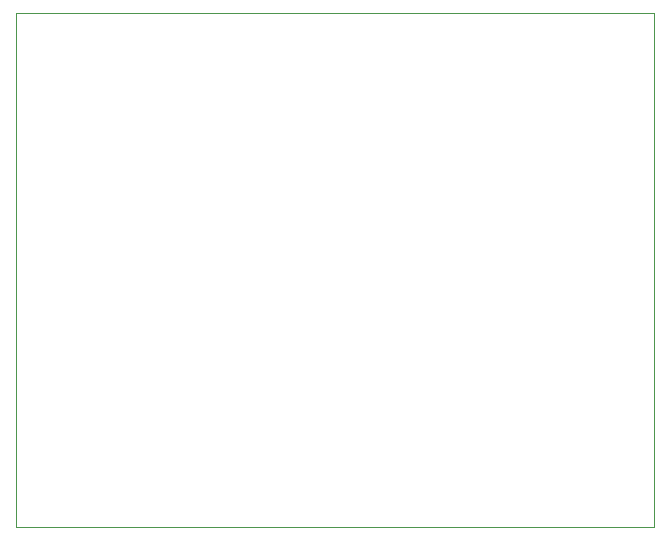
<source format=gm1>
G04 #@! TF.GenerationSoftware,KiCad,Pcbnew,9.0.5-9.0.5~ubuntu25.04.1*
G04 #@! TF.CreationDate,2025-12-03T04:07:12-06:00*
G04 #@! TF.ProjectId,Signal_Board,5369676e-616c-45f4-926f-6172642e6b69,rev?*
G04 #@! TF.SameCoordinates,Original*
G04 #@! TF.FileFunction,Profile,NP*
%FSLAX46Y46*%
G04 Gerber Fmt 4.6, Leading zero omitted, Abs format (unit mm)*
G04 Created by KiCad (PCBNEW 9.0.5-9.0.5~ubuntu25.04.1) date 2025-12-03 04:07:12*
%MOMM*%
%LPD*%
G01*
G04 APERTURE LIST*
G04 #@! TA.AperFunction,Profile*
%ADD10C,0.050000*%
G04 #@! TD*
G04 APERTURE END LIST*
D10*
X108500000Y-42000000D02*
X162500000Y-42000000D01*
X162500000Y-85500000D01*
X108500000Y-85500000D01*
X108500000Y-42000000D01*
M02*

</source>
